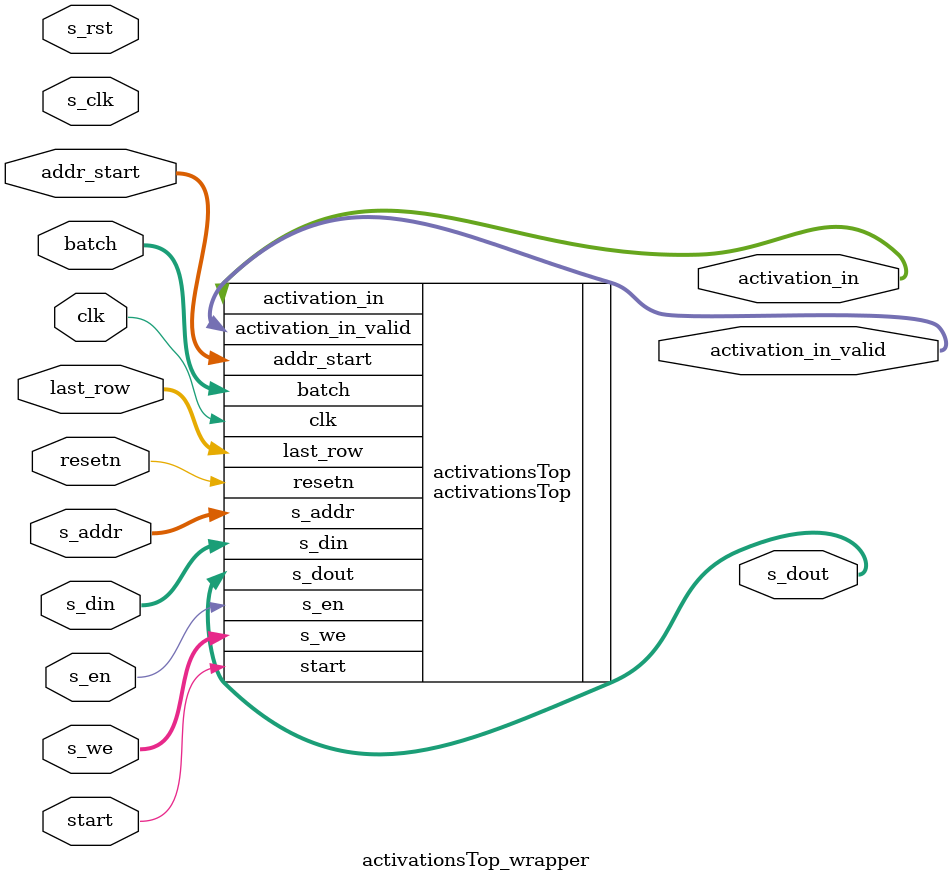
<source format=v>
`timescale 1ns / 1ps


module activationsTop_wrapper(
    (* X_INTERFACE_INFO = "xilinx.com:interface:bram:1.0 BRAM_PORTA EN" *)
    // Uncomment the following to set interface specific parameter on the bus interface.
    (* X_INTERFACE_PARAMETER = "MASTER_TYPE Stand Alone,MEM_ECC No ECC,MEM_WIDTH 32,MEM_SIZE 131072,READ_WRITE_MODE READ WRITE" *)
    input s_en, // Chip Enable Signal (optional)
    (* X_INTERFACE_INFO = "xilinx.com:interface:bram:1.0 BRAM_PORTA DOUT" *)
    output [31:0] s_dout, // Data Out Bus (optional)
    (* X_INTERFACE_INFO = "xilinx.com:interface:bram:1.0 BRAM_PORTA DIN" *)
    input [31:0] s_din, // Data In Bus (optional)
    (* X_INTERFACE_INFO = "xilinx.com:interface:bram:1.0 BRAM_PORTA WE" *)
    input [3:0] s_we, // Byte Enables (optional)
    (* X_INTERFACE_INFO = "xilinx.com:interface:bram:1.0 BRAM_PORTA ADDR" *)
    input [16:0] s_addr, // Address Signal (required)
    (* X_INTERFACE_INFO = "xilinx.com:interface:bram:1.0 BRAM_PORTA CLK" *)
    input s_clk, // Clock Signal (required)
    (* X_INTERFACE_INFO = "xilinx.com:interface:bram:1.0 BRAM_PORTA RST" *)
    input s_rst, // Reset Signal (required)
    input clk, resetn, start,
    input [4:0] last_row,
    input [10:0] addr_start, 
    input [5:0] batch,
    output [32*16-1:0] activation_in,
    output [32-1:0] activation_in_valid 
    );
    
    activationsTop activationsTop(
        .s_en(s_en), 
        .s_dout(s_dout), 
        .s_din(s_din),
        .s_we(s_we), 
        .s_addr(s_addr), 
        .clk(clk), 
        .resetn(resetn), 
        .start(start),
        .last_row(last_row),
        .addr_start(addr_start), 
        .batch(batch),
        .activation_in(activation_in),
        .activation_in_valid(activation_in_valid)
    );
    
endmodule

</source>
